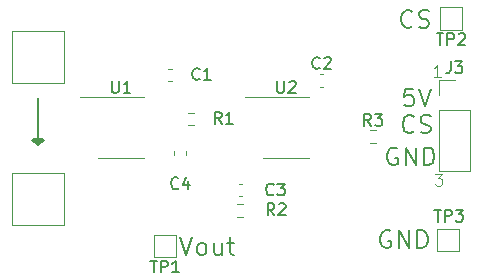
<source format=gbr>
G04 #@! TF.GenerationSoftware,KiCad,Pcbnew,(5.0.2)-1*
G04 #@! TF.CreationDate,2021-01-16T20:26:32+09:00*
G04 #@! TF.ProjectId,AllegroCurrentSensor,416c6c65-6772-46f4-9375-7272656e7453,rev?*
G04 #@! TF.SameCoordinates,Original*
G04 #@! TF.FileFunction,Legend,Top*
G04 #@! TF.FilePolarity,Positive*
%FSLAX46Y46*%
G04 Gerber Fmt 4.6, Leading zero omitted, Abs format (unit mm)*
G04 Created by KiCad (PCBNEW (5.0.2)-1) date 2021/01/16 20:26:32*
%MOMM*%
%LPD*%
G01*
G04 APERTURE LIST*
%ADD10C,0.200000*%
%ADD11C,0.100000*%
%ADD12C,0.150000*%
%ADD13C,0.120000*%
G04 APERTURE END LIST*
D10*
X75024285Y-60278571D02*
X75524285Y-61778571D01*
X76024285Y-60278571D01*
X76738571Y-61778571D02*
X76595714Y-61707142D01*
X76524285Y-61635714D01*
X76452857Y-61492857D01*
X76452857Y-61064285D01*
X76524285Y-60921428D01*
X76595714Y-60850000D01*
X76738571Y-60778571D01*
X76952857Y-60778571D01*
X77095714Y-60850000D01*
X77167142Y-60921428D01*
X77238571Y-61064285D01*
X77238571Y-61492857D01*
X77167142Y-61635714D01*
X77095714Y-61707142D01*
X76952857Y-61778571D01*
X76738571Y-61778571D01*
X78524285Y-60778571D02*
X78524285Y-61778571D01*
X77881428Y-60778571D02*
X77881428Y-61564285D01*
X77952857Y-61707142D01*
X78095714Y-61778571D01*
X78310000Y-61778571D01*
X78452857Y-61707142D01*
X78524285Y-61635714D01*
X79024285Y-60778571D02*
X79595714Y-60778571D01*
X79238571Y-60278571D02*
X79238571Y-61564285D01*
X79310000Y-61707142D01*
X79452857Y-61778571D01*
X79595714Y-61778571D01*
X93387142Y-52750000D02*
X93244285Y-52678571D01*
X93030000Y-52678571D01*
X92815714Y-52750000D01*
X92672857Y-52892857D01*
X92601428Y-53035714D01*
X92530000Y-53321428D01*
X92530000Y-53535714D01*
X92601428Y-53821428D01*
X92672857Y-53964285D01*
X92815714Y-54107142D01*
X93030000Y-54178571D01*
X93172857Y-54178571D01*
X93387142Y-54107142D01*
X93458571Y-54035714D01*
X93458571Y-53535714D01*
X93172857Y-53535714D01*
X94101428Y-54178571D02*
X94101428Y-52678571D01*
X94958571Y-54178571D01*
X94958571Y-52678571D01*
X95672857Y-54178571D02*
X95672857Y-52678571D01*
X96030000Y-52678571D01*
X96244285Y-52750000D01*
X96387142Y-52892857D01*
X96458571Y-53035714D01*
X96530000Y-53321428D01*
X96530000Y-53535714D01*
X96458571Y-53821428D01*
X96387142Y-53964285D01*
X96244285Y-54107142D01*
X96030000Y-54178571D01*
X95672857Y-54178571D01*
X94800000Y-51315714D02*
X94728571Y-51387142D01*
X94514285Y-51458571D01*
X94371428Y-51458571D01*
X94157142Y-51387142D01*
X94014285Y-51244285D01*
X93942857Y-51101428D01*
X93871428Y-50815714D01*
X93871428Y-50601428D01*
X93942857Y-50315714D01*
X94014285Y-50172857D01*
X94157142Y-50030000D01*
X94371428Y-49958571D01*
X94514285Y-49958571D01*
X94728571Y-50030000D01*
X94800000Y-50101428D01*
X95371428Y-51387142D02*
X95585714Y-51458571D01*
X95942857Y-51458571D01*
X96085714Y-51387142D01*
X96157142Y-51315714D01*
X96228571Y-51172857D01*
X96228571Y-51030000D01*
X96157142Y-50887142D01*
X96085714Y-50815714D01*
X95942857Y-50744285D01*
X95657142Y-50672857D01*
X95514285Y-50601428D01*
X95442857Y-50530000D01*
X95371428Y-50387142D01*
X95371428Y-50244285D01*
X95442857Y-50101428D01*
X95514285Y-50030000D01*
X95657142Y-49958571D01*
X96014285Y-49958571D01*
X96228571Y-50030000D01*
X94744285Y-47688571D02*
X94030000Y-47688571D01*
X93958571Y-48402857D01*
X94030000Y-48331428D01*
X94172857Y-48260000D01*
X94530000Y-48260000D01*
X94672857Y-48331428D01*
X94744285Y-48402857D01*
X94815714Y-48545714D01*
X94815714Y-48902857D01*
X94744285Y-49045714D01*
X94672857Y-49117142D01*
X94530000Y-49188571D01*
X94172857Y-49188571D01*
X94030000Y-49117142D01*
X93958571Y-49045714D01*
X95244285Y-47688571D02*
X95744285Y-49188571D01*
X96244285Y-47688571D01*
D11*
X96596666Y-54892380D02*
X97215714Y-54892380D01*
X96882380Y-55273333D01*
X97025238Y-55273333D01*
X97120476Y-55320952D01*
X97168095Y-55368571D01*
X97215714Y-55463809D01*
X97215714Y-55701904D01*
X97168095Y-55797142D01*
X97120476Y-55844761D01*
X97025238Y-55892380D01*
X96739523Y-55892380D01*
X96644285Y-55844761D01*
X96596666Y-55797142D01*
X97075714Y-46672380D02*
X96504285Y-46672380D01*
X96790000Y-46672380D02*
X96790000Y-45672380D01*
X96694761Y-45815238D01*
X96599523Y-45910476D01*
X96504285Y-45958095D01*
D10*
X94670000Y-42395714D02*
X94598571Y-42467142D01*
X94384285Y-42538571D01*
X94241428Y-42538571D01*
X94027142Y-42467142D01*
X93884285Y-42324285D01*
X93812857Y-42181428D01*
X93741428Y-41895714D01*
X93741428Y-41681428D01*
X93812857Y-41395714D01*
X93884285Y-41252857D01*
X94027142Y-41110000D01*
X94241428Y-41038571D01*
X94384285Y-41038571D01*
X94598571Y-41110000D01*
X94670000Y-41181428D01*
X95241428Y-42467142D02*
X95455714Y-42538571D01*
X95812857Y-42538571D01*
X95955714Y-42467142D01*
X96027142Y-42395714D01*
X96098571Y-42252857D01*
X96098571Y-42110000D01*
X96027142Y-41967142D01*
X95955714Y-41895714D01*
X95812857Y-41824285D01*
X95527142Y-41752857D01*
X95384285Y-41681428D01*
X95312857Y-41610000D01*
X95241428Y-41467142D01*
X95241428Y-41324285D01*
X95312857Y-41181428D01*
X95384285Y-41110000D01*
X95527142Y-41038571D01*
X95884285Y-41038571D01*
X96098571Y-41110000D01*
X92827142Y-59770000D02*
X92684285Y-59698571D01*
X92470000Y-59698571D01*
X92255714Y-59770000D01*
X92112857Y-59912857D01*
X92041428Y-60055714D01*
X91970000Y-60341428D01*
X91970000Y-60555714D01*
X92041428Y-60841428D01*
X92112857Y-60984285D01*
X92255714Y-61127142D01*
X92470000Y-61198571D01*
X92612857Y-61198571D01*
X92827142Y-61127142D01*
X92898571Y-61055714D01*
X92898571Y-60555714D01*
X92612857Y-60555714D01*
X93541428Y-61198571D02*
X93541428Y-59698571D01*
X94398571Y-61198571D01*
X94398571Y-59698571D01*
X95112857Y-61198571D02*
X95112857Y-59698571D01*
X95470000Y-59698571D01*
X95684285Y-59770000D01*
X95827142Y-59912857D01*
X95898571Y-60055714D01*
X95970000Y-60341428D01*
X95970000Y-60555714D01*
X95898571Y-60841428D01*
X95827142Y-60984285D01*
X95684285Y-61127142D01*
X95470000Y-61198571D01*
X95112857Y-61198571D01*
D12*
G36*
X62550000Y-51980000D02*
X63430000Y-51990000D01*
X63010000Y-52490000D01*
X62970000Y-52490000D01*
X62550000Y-51980000D01*
G37*
X62550000Y-51980000D02*
X63430000Y-51990000D01*
X63010000Y-52490000D01*
X62970000Y-52490000D01*
X62550000Y-51980000D01*
D10*
X63000000Y-52500000D02*
X63000000Y-52000000D01*
X62500000Y-52000000D02*
X63000000Y-52500000D01*
X63500000Y-52000000D02*
X62500000Y-52000000D01*
X63000000Y-52500000D02*
X63500000Y-52000000D01*
X63000000Y-48500000D02*
X63000000Y-52500000D01*
D13*
G04 #@! TO.C,C1*
X74308767Y-45990000D02*
X74016233Y-45990000D01*
X74308767Y-47010000D02*
X74016233Y-47010000D01*
G04 #@! TO.C,C2*
X86853733Y-46490000D02*
X87146267Y-46490000D01*
X86853733Y-47510000D02*
X87146267Y-47510000D01*
G04 #@! TO.C,C3*
X79991233Y-55740000D02*
X80283767Y-55740000D01*
X79991233Y-56760000D02*
X80283767Y-56760000D01*
G04 #@! TO.C,J1*
X60800000Y-42800000D02*
X65200000Y-42800000D01*
X65200000Y-42800000D02*
X65200000Y-47200000D01*
X65200000Y-47200000D02*
X60800000Y-47200000D01*
X60800000Y-47200000D02*
X60800000Y-42800000D01*
G04 #@! TO.C,J2*
X60800000Y-59200000D02*
X60800000Y-54800000D01*
X65200000Y-59200000D02*
X60800000Y-59200000D01*
X65200000Y-54800000D02*
X65200000Y-59200000D01*
X60800000Y-54800000D02*
X65200000Y-54800000D01*
G04 #@! TO.C,J3*
X96920000Y-54660000D02*
X99580000Y-54660000D01*
X96920000Y-49520000D02*
X96920000Y-54660000D01*
X99580000Y-49520000D02*
X99580000Y-54660000D01*
X96920000Y-49520000D02*
X99580000Y-49520000D01*
X96920000Y-48250000D02*
X96920000Y-46920000D01*
X96920000Y-46920000D02*
X98250000Y-46920000D01*
G04 #@! TO.C,R1*
X76167224Y-50772500D02*
X75657776Y-50772500D01*
X76167224Y-49727500D02*
X75657776Y-49727500D01*
G04 #@! TO.C,R2*
X79832776Y-57477500D02*
X80342224Y-57477500D01*
X79832776Y-58522500D02*
X80342224Y-58522500D01*
G04 #@! TO.C,R3*
X91592224Y-51227500D02*
X91082776Y-51227500D01*
X91592224Y-52272500D02*
X91082776Y-52272500D01*
G04 #@! TO.C,TP1*
X72800000Y-60050000D02*
X72800000Y-61950000D01*
X72800000Y-61950000D02*
X74650000Y-61950000D01*
X74650000Y-61950000D02*
X74650000Y-60100000D01*
X74650000Y-60100000D02*
X74650000Y-60050000D01*
X74650000Y-60050000D02*
X72800000Y-60050000D01*
G04 #@! TO.C,TP2*
X97050000Y-40800000D02*
X97050000Y-42700000D01*
X97050000Y-42700000D02*
X98900000Y-42700000D01*
X98900000Y-42700000D02*
X98900000Y-40850000D01*
X98900000Y-40850000D02*
X98900000Y-40800000D01*
X98900000Y-40800000D02*
X97050000Y-40800000D01*
G04 #@! TO.C,TP3*
X98650000Y-59550000D02*
X96800000Y-59550000D01*
X98650000Y-59600000D02*
X98650000Y-59550000D01*
X98650000Y-61450000D02*
X98650000Y-59600000D01*
X96800000Y-61450000D02*
X98650000Y-61450000D01*
X96800000Y-59550000D02*
X96800000Y-61450000D01*
G04 #@! TO.C,U2*
X84000000Y-53560000D02*
X85950000Y-53560000D01*
X84000000Y-53560000D02*
X82050000Y-53560000D01*
X84000000Y-48440000D02*
X85950000Y-48440000D01*
X84000000Y-48440000D02*
X80550000Y-48440000D01*
G04 #@! TO.C,C4*
X75510000Y-52991233D02*
X75510000Y-53283767D01*
X74490000Y-52991233D02*
X74490000Y-53283767D01*
G04 #@! TO.C,U1*
X70000000Y-53560000D02*
X71950000Y-53560000D01*
X70000000Y-53560000D02*
X68050000Y-53560000D01*
X70000000Y-48440000D02*
X71950000Y-48440000D01*
X70000000Y-48440000D02*
X66550000Y-48440000D01*
G04 #@! TO.C,C1*
D12*
X76663333Y-46857142D02*
X76615714Y-46904761D01*
X76472857Y-46952380D01*
X76377619Y-46952380D01*
X76234761Y-46904761D01*
X76139523Y-46809523D01*
X76091904Y-46714285D01*
X76044285Y-46523809D01*
X76044285Y-46380952D01*
X76091904Y-46190476D01*
X76139523Y-46095238D01*
X76234761Y-46000000D01*
X76377619Y-45952380D01*
X76472857Y-45952380D01*
X76615714Y-46000000D01*
X76663333Y-46047619D01*
X77615714Y-46952380D02*
X77044285Y-46952380D01*
X77330000Y-46952380D02*
X77330000Y-45952380D01*
X77234761Y-46095238D01*
X77139523Y-46190476D01*
X77044285Y-46238095D01*
G04 #@! TO.C,C2*
X86833333Y-45927142D02*
X86785714Y-45974761D01*
X86642857Y-46022380D01*
X86547619Y-46022380D01*
X86404761Y-45974761D01*
X86309523Y-45879523D01*
X86261904Y-45784285D01*
X86214285Y-45593809D01*
X86214285Y-45450952D01*
X86261904Y-45260476D01*
X86309523Y-45165238D01*
X86404761Y-45070000D01*
X86547619Y-45022380D01*
X86642857Y-45022380D01*
X86785714Y-45070000D01*
X86833333Y-45117619D01*
X87214285Y-45117619D02*
X87261904Y-45070000D01*
X87357142Y-45022380D01*
X87595238Y-45022380D01*
X87690476Y-45070000D01*
X87738095Y-45117619D01*
X87785714Y-45212857D01*
X87785714Y-45308095D01*
X87738095Y-45450952D01*
X87166666Y-46022380D01*
X87785714Y-46022380D01*
G04 #@! TO.C,C3*
X82923333Y-56627142D02*
X82875714Y-56674761D01*
X82732857Y-56722380D01*
X82637619Y-56722380D01*
X82494761Y-56674761D01*
X82399523Y-56579523D01*
X82351904Y-56484285D01*
X82304285Y-56293809D01*
X82304285Y-56150952D01*
X82351904Y-55960476D01*
X82399523Y-55865238D01*
X82494761Y-55770000D01*
X82637619Y-55722380D01*
X82732857Y-55722380D01*
X82875714Y-55770000D01*
X82923333Y-55817619D01*
X83256666Y-55722380D02*
X83875714Y-55722380D01*
X83542380Y-56103333D01*
X83685238Y-56103333D01*
X83780476Y-56150952D01*
X83828095Y-56198571D01*
X83875714Y-56293809D01*
X83875714Y-56531904D01*
X83828095Y-56627142D01*
X83780476Y-56674761D01*
X83685238Y-56722380D01*
X83399523Y-56722380D01*
X83304285Y-56674761D01*
X83256666Y-56627142D01*
G04 #@! TO.C,J3*
X97916666Y-45372380D02*
X97916666Y-46086666D01*
X97869047Y-46229523D01*
X97773809Y-46324761D01*
X97630952Y-46372380D01*
X97535714Y-46372380D01*
X98297619Y-45372380D02*
X98916666Y-45372380D01*
X98583333Y-45753333D01*
X98726190Y-45753333D01*
X98821428Y-45800952D01*
X98869047Y-45848571D01*
X98916666Y-45943809D01*
X98916666Y-46181904D01*
X98869047Y-46277142D01*
X98821428Y-46324761D01*
X98726190Y-46372380D01*
X98440476Y-46372380D01*
X98345238Y-46324761D01*
X98297619Y-46277142D01*
G04 #@! TO.C,R1*
X78523333Y-50672380D02*
X78190000Y-50196190D01*
X77951904Y-50672380D02*
X77951904Y-49672380D01*
X78332857Y-49672380D01*
X78428095Y-49720000D01*
X78475714Y-49767619D01*
X78523333Y-49862857D01*
X78523333Y-50005714D01*
X78475714Y-50100952D01*
X78428095Y-50148571D01*
X78332857Y-50196190D01*
X77951904Y-50196190D01*
X79475714Y-50672380D02*
X78904285Y-50672380D01*
X79190000Y-50672380D02*
X79190000Y-49672380D01*
X79094761Y-49815238D01*
X78999523Y-49910476D01*
X78904285Y-49958095D01*
G04 #@! TO.C,R2*
X82993333Y-58402380D02*
X82660000Y-57926190D01*
X82421904Y-58402380D02*
X82421904Y-57402380D01*
X82802857Y-57402380D01*
X82898095Y-57450000D01*
X82945714Y-57497619D01*
X82993333Y-57592857D01*
X82993333Y-57735714D01*
X82945714Y-57830952D01*
X82898095Y-57878571D01*
X82802857Y-57926190D01*
X82421904Y-57926190D01*
X83374285Y-57497619D02*
X83421904Y-57450000D01*
X83517142Y-57402380D01*
X83755238Y-57402380D01*
X83850476Y-57450000D01*
X83898095Y-57497619D01*
X83945714Y-57592857D01*
X83945714Y-57688095D01*
X83898095Y-57830952D01*
X83326666Y-58402380D01*
X83945714Y-58402380D01*
G04 #@! TO.C,R3*
X91170833Y-50822380D02*
X90837500Y-50346190D01*
X90599404Y-50822380D02*
X90599404Y-49822380D01*
X90980357Y-49822380D01*
X91075595Y-49870000D01*
X91123214Y-49917619D01*
X91170833Y-50012857D01*
X91170833Y-50155714D01*
X91123214Y-50250952D01*
X91075595Y-50298571D01*
X90980357Y-50346190D01*
X90599404Y-50346190D01*
X91504166Y-49822380D02*
X92123214Y-49822380D01*
X91789880Y-50203333D01*
X91932738Y-50203333D01*
X92027976Y-50250952D01*
X92075595Y-50298571D01*
X92123214Y-50393809D01*
X92123214Y-50631904D01*
X92075595Y-50727142D01*
X92027976Y-50774761D01*
X91932738Y-50822380D01*
X91647023Y-50822380D01*
X91551785Y-50774761D01*
X91504166Y-50727142D01*
G04 #@! TO.C,TP1*
X72488095Y-62252380D02*
X73059523Y-62252380D01*
X72773809Y-63252380D02*
X72773809Y-62252380D01*
X73392857Y-63252380D02*
X73392857Y-62252380D01*
X73773809Y-62252380D01*
X73869047Y-62300000D01*
X73916666Y-62347619D01*
X73964285Y-62442857D01*
X73964285Y-62585714D01*
X73916666Y-62680952D01*
X73869047Y-62728571D01*
X73773809Y-62776190D01*
X73392857Y-62776190D01*
X74916666Y-63252380D02*
X74345238Y-63252380D01*
X74630952Y-63252380D02*
X74630952Y-62252380D01*
X74535714Y-62395238D01*
X74440476Y-62490476D01*
X74345238Y-62538095D01*
G04 #@! TO.C,TP2*
X96738095Y-43002380D02*
X97309523Y-43002380D01*
X97023809Y-44002380D02*
X97023809Y-43002380D01*
X97642857Y-44002380D02*
X97642857Y-43002380D01*
X98023809Y-43002380D01*
X98119047Y-43050000D01*
X98166666Y-43097619D01*
X98214285Y-43192857D01*
X98214285Y-43335714D01*
X98166666Y-43430952D01*
X98119047Y-43478571D01*
X98023809Y-43526190D01*
X97642857Y-43526190D01*
X98595238Y-43097619D02*
X98642857Y-43050000D01*
X98738095Y-43002380D01*
X98976190Y-43002380D01*
X99071428Y-43050000D01*
X99119047Y-43097619D01*
X99166666Y-43192857D01*
X99166666Y-43288095D01*
X99119047Y-43430952D01*
X98547619Y-44002380D01*
X99166666Y-44002380D01*
G04 #@! TO.C,TP3*
X96528095Y-57942380D02*
X97099523Y-57942380D01*
X96813809Y-58942380D02*
X96813809Y-57942380D01*
X97432857Y-58942380D02*
X97432857Y-57942380D01*
X97813809Y-57942380D01*
X97909047Y-57990000D01*
X97956666Y-58037619D01*
X98004285Y-58132857D01*
X98004285Y-58275714D01*
X97956666Y-58370952D01*
X97909047Y-58418571D01*
X97813809Y-58466190D01*
X97432857Y-58466190D01*
X98337619Y-57942380D02*
X98956666Y-57942380D01*
X98623333Y-58323333D01*
X98766190Y-58323333D01*
X98861428Y-58370952D01*
X98909047Y-58418571D01*
X98956666Y-58513809D01*
X98956666Y-58751904D01*
X98909047Y-58847142D01*
X98861428Y-58894761D01*
X98766190Y-58942380D01*
X98480476Y-58942380D01*
X98385238Y-58894761D01*
X98337619Y-58847142D01*
G04 #@! TO.C,U2*
X83238095Y-47052380D02*
X83238095Y-47861904D01*
X83285714Y-47957142D01*
X83333333Y-48004761D01*
X83428571Y-48052380D01*
X83619047Y-48052380D01*
X83714285Y-48004761D01*
X83761904Y-47957142D01*
X83809523Y-47861904D01*
X83809523Y-47052380D01*
X84238095Y-47147619D02*
X84285714Y-47100000D01*
X84380952Y-47052380D01*
X84619047Y-47052380D01*
X84714285Y-47100000D01*
X84761904Y-47147619D01*
X84809523Y-47242857D01*
X84809523Y-47338095D01*
X84761904Y-47480952D01*
X84190476Y-48052380D01*
X84809523Y-48052380D01*
G04 #@! TO.C,C4*
X74863333Y-56107142D02*
X74815714Y-56154761D01*
X74672857Y-56202380D01*
X74577619Y-56202380D01*
X74434761Y-56154761D01*
X74339523Y-56059523D01*
X74291904Y-55964285D01*
X74244285Y-55773809D01*
X74244285Y-55630952D01*
X74291904Y-55440476D01*
X74339523Y-55345238D01*
X74434761Y-55250000D01*
X74577619Y-55202380D01*
X74672857Y-55202380D01*
X74815714Y-55250000D01*
X74863333Y-55297619D01*
X75720476Y-55535714D02*
X75720476Y-56202380D01*
X75482380Y-55154761D02*
X75244285Y-55869047D01*
X75863333Y-55869047D01*
G04 #@! TO.C,U1*
X69238095Y-47052380D02*
X69238095Y-47861904D01*
X69285714Y-47957142D01*
X69333333Y-48004761D01*
X69428571Y-48052380D01*
X69619047Y-48052380D01*
X69714285Y-48004761D01*
X69761904Y-47957142D01*
X69809523Y-47861904D01*
X69809523Y-47052380D01*
X70809523Y-48052380D02*
X70238095Y-48052380D01*
X70523809Y-48052380D02*
X70523809Y-47052380D01*
X70428571Y-47195238D01*
X70333333Y-47290476D01*
X70238095Y-47338095D01*
G04 #@! TD*
M02*

</source>
